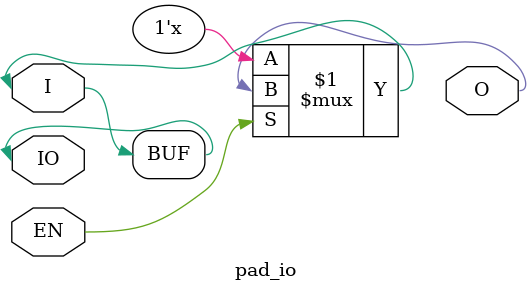
<source format=sv>

`ifndef __pad_io__
`define __pad_io__

module pad_io (
  input  I,
  output O,
  input  EN,
  inout  IO
);

  assign I = IO;
  assign IO = EN ? O : 'z;

endmodule

`endif


</source>
